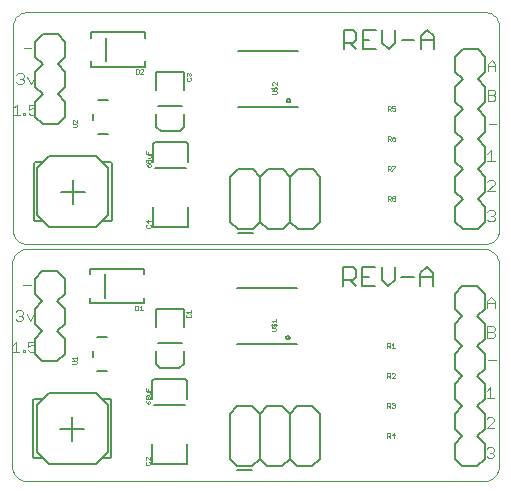
<source format=gto>
G75*
G70*
%OFA0B0*%
%FSLAX24Y24*%
%IPPOS*%
%LPD*%
%AMOC8*
5,1,8,0,0,1.08239X$1,22.5*
%
%ADD10C,0.0000*%
%ADD11C,0.0030*%
%ADD12C,0.0060*%
%ADD13C,0.0080*%
%ADD14C,0.0010*%
%ADD15C,0.0050*%
D10*
X000800Y000550D02*
X016020Y000550D01*
X016064Y000552D01*
X016107Y000558D01*
X016149Y000567D01*
X016191Y000580D01*
X016231Y000597D01*
X016270Y000617D01*
X016307Y000640D01*
X016341Y000667D01*
X016374Y000696D01*
X016403Y000729D01*
X016430Y000763D01*
X016453Y000800D01*
X016473Y000839D01*
X016490Y000879D01*
X016503Y000921D01*
X016512Y000963D01*
X016518Y001006D01*
X016520Y001050D01*
X016520Y007796D01*
X016518Y007840D01*
X016512Y007883D01*
X016503Y007925D01*
X016490Y007967D01*
X016473Y008007D01*
X016453Y008046D01*
X016430Y008083D01*
X016403Y008117D01*
X016374Y008150D01*
X016341Y008179D01*
X016307Y008206D01*
X016270Y008229D01*
X016231Y008249D01*
X016191Y008266D01*
X016149Y008279D01*
X016107Y008288D01*
X016064Y008294D01*
X016020Y008296D01*
X000800Y008296D01*
X000818Y008446D02*
X016039Y008446D01*
X016083Y008448D01*
X016126Y008454D01*
X016168Y008463D01*
X016210Y008476D01*
X016250Y008493D01*
X016289Y008513D01*
X016326Y008536D01*
X016360Y008563D01*
X016393Y008592D01*
X016422Y008625D01*
X016449Y008659D01*
X016472Y008696D01*
X016492Y008735D01*
X016509Y008775D01*
X016522Y008817D01*
X016531Y008859D01*
X016537Y008902D01*
X016539Y008946D01*
X016539Y015692D01*
X016537Y015736D01*
X016531Y015779D01*
X016522Y015821D01*
X016509Y015863D01*
X016492Y015903D01*
X016472Y015942D01*
X016449Y015979D01*
X016422Y016013D01*
X016393Y016046D01*
X016360Y016075D01*
X016326Y016102D01*
X016289Y016125D01*
X016250Y016145D01*
X016210Y016162D01*
X016168Y016175D01*
X016126Y016184D01*
X016083Y016190D01*
X016039Y016192D01*
X000818Y016192D01*
X000774Y016190D01*
X000731Y016184D01*
X000689Y016175D01*
X000647Y016162D01*
X000607Y016145D01*
X000568Y016125D01*
X000531Y016102D01*
X000497Y016075D01*
X000464Y016046D01*
X000435Y016013D01*
X000408Y015979D01*
X000385Y015942D01*
X000365Y015903D01*
X000348Y015863D01*
X000335Y015821D01*
X000326Y015779D01*
X000320Y015736D01*
X000318Y015692D01*
X000318Y008946D01*
X000320Y008902D01*
X000326Y008859D01*
X000335Y008817D01*
X000348Y008775D01*
X000365Y008735D01*
X000385Y008696D01*
X000408Y008659D01*
X000435Y008625D01*
X000464Y008592D01*
X000497Y008563D01*
X000531Y008536D01*
X000568Y008513D01*
X000607Y008493D01*
X000647Y008476D01*
X000689Y008463D01*
X000731Y008454D01*
X000774Y008448D01*
X000818Y008446D01*
X000800Y008296D02*
X000756Y008294D01*
X000713Y008288D01*
X000671Y008279D01*
X000629Y008266D01*
X000589Y008249D01*
X000550Y008229D01*
X000513Y008206D01*
X000479Y008179D01*
X000446Y008150D01*
X000417Y008117D01*
X000390Y008083D01*
X000367Y008046D01*
X000347Y008007D01*
X000330Y007967D01*
X000317Y007925D01*
X000308Y007883D01*
X000302Y007840D01*
X000300Y007796D01*
X000300Y001050D01*
X000302Y001006D01*
X000308Y000963D01*
X000317Y000921D01*
X000330Y000879D01*
X000347Y000839D01*
X000367Y000800D01*
X000390Y000763D01*
X000417Y000729D01*
X000446Y000696D01*
X000479Y000667D01*
X000513Y000640D01*
X000550Y000617D01*
X000589Y000597D01*
X000629Y000580D01*
X000671Y000567D01*
X000713Y000558D01*
X000756Y000552D01*
X000800Y000550D01*
D11*
X000883Y004865D02*
X000826Y004922D01*
X000883Y004865D02*
X000996Y004865D01*
X001053Y004922D01*
X001053Y005035D01*
X000996Y005092D01*
X000939Y005092D01*
X000826Y005035D01*
X000826Y005205D01*
X001053Y005205D01*
X000712Y004922D02*
X000712Y004865D01*
X000656Y004865D01*
X000656Y004922D01*
X000712Y004922D01*
X000542Y004865D02*
X000315Y004865D01*
X000428Y004865D02*
X000428Y005205D01*
X000315Y005092D01*
X000477Y005890D02*
X000415Y005952D01*
X000477Y005890D02*
X000600Y005890D01*
X000662Y005952D01*
X000662Y006013D01*
X000600Y006075D01*
X000538Y006075D01*
X000600Y006075D02*
X000662Y006137D01*
X000662Y006199D01*
X000600Y006260D01*
X000477Y006260D01*
X000415Y006199D01*
X000783Y006137D02*
X000907Y005890D01*
X001030Y006137D01*
X000912Y007103D02*
X000665Y007103D01*
X000731Y012761D02*
X000674Y012761D01*
X000674Y012818D01*
X000731Y012818D01*
X000731Y012761D01*
X000845Y012818D02*
X000901Y012761D01*
X001015Y012761D01*
X001071Y012818D01*
X001071Y012932D01*
X001015Y012988D01*
X000958Y012988D01*
X000845Y012932D01*
X000845Y013102D01*
X001071Y013102D01*
X000560Y012761D02*
X000333Y012761D01*
X000447Y012761D02*
X000447Y013102D01*
X000333Y012988D01*
X000495Y013786D02*
X000433Y013848D01*
X000495Y013786D02*
X000619Y013786D01*
X000680Y013848D01*
X000680Y013910D01*
X000619Y013972D01*
X000557Y013972D01*
X000619Y013972D02*
X000680Y014033D01*
X000680Y014095D01*
X000619Y014157D01*
X000495Y014157D01*
X000433Y014095D01*
X000802Y014033D02*
X000925Y013786D01*
X001049Y014033D01*
X000930Y015000D02*
X000683Y015000D01*
X016133Y011458D02*
X016257Y011582D01*
X016257Y011211D01*
X016380Y011211D02*
X016133Y011211D01*
X016195Y010582D02*
X016133Y010520D01*
X016195Y010582D02*
X016319Y010582D01*
X016380Y010520D01*
X016380Y010458D01*
X016133Y010211D01*
X016380Y010211D01*
X016319Y009582D02*
X016195Y009582D01*
X016133Y009520D01*
X016257Y009397D02*
X016319Y009397D01*
X016380Y009335D01*
X016380Y009273D01*
X016319Y009211D01*
X016195Y009211D01*
X016133Y009273D01*
X016319Y009397D02*
X016380Y009458D01*
X016380Y009520D01*
X016319Y009582D01*
X016263Y006685D02*
X016387Y006562D01*
X016387Y006315D01*
X016387Y006500D02*
X016140Y006500D01*
X016140Y006562D02*
X016140Y006315D01*
X016140Y006562D02*
X016263Y006685D01*
X016325Y005710D02*
X016140Y005710D01*
X016140Y005340D01*
X016325Y005340D01*
X016387Y005402D01*
X016387Y005463D01*
X016325Y005525D01*
X016140Y005525D01*
X016325Y005525D02*
X016387Y005587D01*
X016387Y005649D01*
X016325Y005710D01*
X016412Y004578D02*
X016165Y004578D01*
X016238Y003685D02*
X016238Y003315D01*
X016115Y003315D02*
X016362Y003315D01*
X016115Y003562D02*
X016238Y003685D01*
X016177Y002685D02*
X016115Y002624D01*
X016177Y002685D02*
X016300Y002685D01*
X016362Y002624D01*
X016362Y002562D01*
X016115Y002315D01*
X016362Y002315D01*
X016300Y001685D02*
X016362Y001624D01*
X016362Y001562D01*
X016300Y001500D01*
X016362Y001438D01*
X016362Y001377D01*
X016300Y001315D01*
X016177Y001315D01*
X016115Y001377D01*
X016238Y001500D02*
X016300Y001500D01*
X016300Y001685D02*
X016177Y001685D01*
X016115Y001624D01*
X016183Y012475D02*
X016430Y012475D01*
X016344Y013236D02*
X016158Y013236D01*
X016158Y013607D01*
X016344Y013607D01*
X016405Y013545D01*
X016405Y013483D01*
X016344Y013422D01*
X016158Y013422D01*
X016344Y013422D02*
X016405Y013360D01*
X016405Y013298D01*
X016344Y013236D01*
X016405Y014211D02*
X016405Y014458D01*
X016282Y014582D01*
X016158Y014458D01*
X016158Y014211D01*
X016158Y014397D02*
X016405Y014397D01*
D12*
X014354Y014951D02*
X014354Y015378D01*
X014140Y015592D01*
X013927Y015378D01*
X013927Y014951D01*
X013927Y015272D02*
X014354Y015272D01*
X013709Y015272D02*
X013282Y015272D01*
X013065Y015165D02*
X013065Y015592D01*
X013065Y015165D02*
X012851Y014951D01*
X012638Y015165D01*
X012638Y015592D01*
X012420Y015592D02*
X011993Y015592D01*
X011993Y014951D01*
X012420Y014951D01*
X012207Y015272D02*
X011993Y015272D01*
X011776Y015272D02*
X011669Y015165D01*
X011348Y015165D01*
X011562Y015165D02*
X011776Y014951D01*
X011776Y015272D02*
X011776Y015485D01*
X011669Y015592D01*
X011348Y015592D01*
X011348Y014951D01*
X009828Y014876D02*
X007819Y014876D01*
X007819Y013016D02*
X009828Y013016D01*
X011330Y007696D02*
X011650Y007696D01*
X011757Y007589D01*
X011757Y007375D01*
X011650Y007269D01*
X011330Y007269D01*
X011330Y007055D02*
X011330Y007696D01*
X011544Y007269D02*
X011757Y007055D01*
X011975Y007055D02*
X012402Y007055D01*
X012619Y007269D02*
X012833Y007055D01*
X013046Y007269D01*
X013046Y007696D01*
X013264Y007375D02*
X013691Y007375D01*
X013908Y007375D02*
X014335Y007375D01*
X014335Y007482D02*
X014335Y007055D01*
X013908Y007055D02*
X013908Y007482D01*
X014122Y007696D01*
X014335Y007482D01*
X012619Y007696D02*
X012619Y007269D01*
X012188Y007375D02*
X011975Y007375D01*
X011975Y007055D02*
X011975Y007696D01*
X012402Y007696D01*
X009810Y006980D02*
X007800Y006980D01*
X007800Y005120D02*
X009810Y005120D01*
D13*
X009433Y005340D02*
X009435Y005355D01*
X009441Y005368D01*
X009450Y005380D01*
X009461Y005389D01*
X009475Y005395D01*
X009490Y005397D01*
X009505Y005395D01*
X009518Y005389D01*
X009530Y005380D01*
X009539Y005369D01*
X009545Y005355D01*
X009547Y005340D01*
X009545Y005325D01*
X009539Y005312D01*
X009530Y005300D01*
X009519Y005291D01*
X009505Y005285D01*
X009490Y005283D01*
X009475Y005285D01*
X009462Y005291D01*
X009450Y005300D01*
X009441Y005311D01*
X009435Y005325D01*
X009433Y005340D01*
X009300Y003050D02*
X008800Y003050D01*
X008550Y002800D01*
X008550Y001300D01*
X008800Y001050D01*
X009300Y001050D01*
X009550Y001300D01*
X009550Y002800D01*
X009800Y003050D01*
X010300Y003050D01*
X010550Y002800D01*
X010550Y001300D01*
X010300Y001050D01*
X009800Y001050D01*
X009550Y001300D01*
X008550Y001300D02*
X008300Y001050D01*
X007800Y001050D01*
X007550Y001300D01*
X007550Y002800D01*
X007800Y003050D01*
X008300Y003050D01*
X008550Y002800D01*
X009300Y003050D02*
X009550Y002800D01*
X008300Y000918D02*
X007800Y000918D01*
X005865Y004316D02*
X005235Y004316D01*
X005078Y004473D01*
X005078Y004906D01*
X005078Y005694D02*
X005078Y006284D01*
X006022Y006284D01*
X006022Y005694D01*
X006022Y004906D02*
X006022Y004473D01*
X005865Y004316D01*
X004706Y006479D02*
X002894Y006479D01*
X002894Y006656D01*
X003406Y006656D02*
X003406Y007444D01*
X002894Y007444D02*
X002894Y007621D01*
X004706Y007621D01*
X004706Y007444D01*
X004706Y006656D02*
X004706Y006479D01*
X003469Y005360D02*
X003131Y005360D01*
X002981Y004906D02*
X002981Y004694D01*
X003131Y004240D02*
X003469Y004240D01*
X002050Y004800D02*
X001800Y004550D01*
X001300Y004550D01*
X001050Y004800D01*
X001050Y005300D01*
X001300Y005550D01*
X001050Y005800D01*
X001050Y006300D01*
X001300Y006550D01*
X001050Y006800D01*
X001050Y007300D01*
X001300Y007550D01*
X001800Y007550D01*
X002050Y007300D01*
X002050Y006800D01*
X001800Y006550D01*
X002050Y006300D01*
X002050Y005800D01*
X001800Y005550D01*
X002050Y005300D01*
X002050Y004800D01*
X007568Y009196D02*
X007568Y010696D01*
X007818Y010946D01*
X008318Y010946D01*
X008568Y010696D01*
X008568Y009196D01*
X008818Y008946D01*
X009318Y008946D01*
X009568Y009196D01*
X009568Y010696D01*
X009818Y010946D01*
X010318Y010946D01*
X010568Y010696D01*
X010568Y009196D01*
X010318Y008946D01*
X009818Y008946D01*
X009568Y009196D01*
X008568Y009196D02*
X008318Y008946D01*
X007818Y008946D01*
X007568Y009196D01*
X007818Y008814D02*
X008318Y008814D01*
X008568Y010696D02*
X008818Y010946D01*
X009318Y010946D01*
X009568Y010696D01*
X009451Y013236D02*
X009453Y013251D01*
X009459Y013264D01*
X009468Y013276D01*
X009479Y013285D01*
X009493Y013291D01*
X009508Y013293D01*
X009523Y013291D01*
X009536Y013285D01*
X009548Y013276D01*
X009557Y013265D01*
X009563Y013251D01*
X009565Y013236D01*
X009563Y013221D01*
X009557Y013208D01*
X009548Y013196D01*
X009537Y013187D01*
X009523Y013181D01*
X009508Y013179D01*
X009493Y013181D01*
X009480Y013187D01*
X009468Y013196D01*
X009459Y013207D01*
X009453Y013221D01*
X009451Y013236D01*
X006041Y013590D02*
X006041Y014181D01*
X005096Y014181D01*
X005096Y013590D01*
X005096Y012803D02*
X005096Y012370D01*
X005254Y012212D01*
X005883Y012212D01*
X006041Y012370D01*
X006041Y012803D01*
X004724Y014375D02*
X002913Y014375D01*
X002913Y014553D01*
X003425Y014553D02*
X003425Y015340D01*
X002913Y015340D02*
X002913Y015517D01*
X004724Y015517D01*
X004724Y015340D01*
X004724Y014553D02*
X004724Y014375D01*
X003488Y013256D02*
X003149Y013256D01*
X002999Y012802D02*
X002999Y012591D01*
X003149Y012136D02*
X003488Y012136D01*
X002068Y012696D02*
X001818Y012446D01*
X001318Y012446D01*
X001068Y012696D01*
X001068Y013196D01*
X001318Y013446D01*
X001068Y013696D01*
X001068Y014196D01*
X001318Y014446D01*
X001068Y014696D01*
X001068Y015196D01*
X001318Y015446D01*
X001818Y015446D01*
X002068Y015196D01*
X002068Y014696D01*
X001818Y014446D01*
X002068Y014196D01*
X002068Y013696D01*
X001818Y013446D01*
X002068Y013196D01*
X002068Y012696D01*
X015068Y012696D02*
X015068Y012196D01*
X015318Y011946D01*
X015068Y011696D01*
X015068Y011196D01*
X015318Y010946D01*
X015068Y010696D01*
X015068Y010196D01*
X015318Y009946D01*
X015068Y009696D01*
X015068Y009196D01*
X015318Y008946D01*
X015818Y008946D01*
X016068Y009196D01*
X016068Y009696D01*
X015818Y009946D01*
X016068Y010196D01*
X016068Y010696D01*
X015818Y010946D01*
X016068Y011196D01*
X016068Y011696D01*
X015818Y011946D01*
X016068Y012196D01*
X016068Y012696D01*
X015818Y012946D01*
X016068Y013196D01*
X016068Y013696D01*
X015818Y013946D01*
X016068Y014196D01*
X016068Y014696D01*
X015818Y014946D01*
X015318Y014946D01*
X015068Y014696D01*
X015068Y014196D01*
X015318Y013946D01*
X015068Y013696D01*
X015068Y013196D01*
X015318Y012946D01*
X015068Y012696D01*
X015300Y007050D02*
X015050Y006800D01*
X015050Y006300D01*
X015300Y006050D01*
X015050Y005800D01*
X015050Y005300D01*
X015300Y005050D01*
X015050Y004800D01*
X015050Y004300D01*
X015300Y004050D01*
X015050Y003800D01*
X015050Y003300D01*
X015300Y003050D01*
X015050Y002800D01*
X015050Y002300D01*
X015300Y002050D01*
X015050Y001800D01*
X015050Y001300D01*
X015300Y001050D01*
X015800Y001050D01*
X016050Y001300D01*
X016050Y001800D01*
X015800Y002050D01*
X016050Y002300D01*
X016050Y002800D01*
X015800Y003050D01*
X016050Y003300D01*
X016050Y003800D01*
X015800Y004050D01*
X016050Y004300D01*
X016050Y004800D01*
X015800Y005050D01*
X016050Y005300D01*
X016050Y005800D01*
X015800Y006050D01*
X016050Y006300D01*
X016050Y006800D01*
X015800Y007050D01*
X015300Y007050D01*
D14*
X013052Y005005D02*
X012952Y005005D01*
X012905Y005005D02*
X012855Y005055D01*
X012880Y005055D02*
X012805Y005055D01*
X012805Y005005D02*
X012805Y005155D01*
X012880Y005155D01*
X012905Y005130D01*
X012905Y005080D01*
X012880Y005055D01*
X012952Y005105D02*
X013002Y005155D01*
X013002Y005005D01*
X012977Y004155D02*
X012952Y004130D01*
X012977Y004155D02*
X013027Y004155D01*
X013052Y004130D01*
X013052Y004105D01*
X012952Y004005D01*
X013052Y004005D01*
X012905Y004005D02*
X012855Y004055D01*
X012880Y004055D02*
X012805Y004055D01*
X012805Y004005D02*
X012805Y004155D01*
X012880Y004155D01*
X012905Y004130D01*
X012905Y004080D01*
X012880Y004055D01*
X012880Y003155D02*
X012805Y003155D01*
X012805Y003005D01*
X012805Y003055D02*
X012880Y003055D01*
X012905Y003080D01*
X012905Y003130D01*
X012880Y003155D01*
X012952Y003130D02*
X012977Y003155D01*
X013027Y003155D01*
X013052Y003130D01*
X013052Y003105D01*
X013027Y003080D01*
X013052Y003055D01*
X013052Y003030D01*
X013027Y003005D01*
X012977Y003005D01*
X012952Y003030D01*
X012905Y003005D02*
X012855Y003055D01*
X013002Y003080D02*
X013027Y003080D01*
X013027Y002155D02*
X012952Y002080D01*
X013052Y002080D01*
X013027Y002005D02*
X013027Y002155D01*
X012905Y002130D02*
X012905Y002080D01*
X012880Y002055D01*
X012805Y002055D01*
X012805Y002005D02*
X012805Y002155D01*
X012880Y002155D01*
X012905Y002130D01*
X012855Y002055D02*
X012905Y002005D01*
X009095Y005580D02*
X009095Y005630D01*
X009070Y005655D01*
X008945Y005655D01*
X008970Y005702D02*
X008945Y005727D01*
X008945Y005777D01*
X008970Y005802D01*
X008995Y005850D02*
X008945Y005900D01*
X009095Y005900D01*
X009095Y005850D02*
X009095Y005950D01*
X009070Y005802D02*
X009045Y005802D01*
X009020Y005777D01*
X009020Y005727D01*
X008995Y005702D01*
X008970Y005702D01*
X008920Y005752D02*
X009120Y005752D01*
X009095Y005727D02*
X009095Y005777D01*
X009070Y005802D01*
X009095Y005727D02*
X009070Y005702D01*
X009095Y005580D02*
X009070Y005555D01*
X008945Y005555D01*
X006249Y006035D02*
X006224Y006010D01*
X006124Y006010D01*
X006099Y006035D01*
X006099Y006085D01*
X006124Y006110D01*
X006149Y006158D02*
X006099Y006208D01*
X006249Y006208D01*
X006249Y006158D02*
X006249Y006258D01*
X006224Y006110D02*
X006249Y006085D01*
X006249Y006035D01*
X004658Y006245D02*
X004558Y006245D01*
X004608Y006245D02*
X004608Y006395D01*
X004558Y006345D01*
X004510Y006370D02*
X004510Y006270D01*
X004485Y006245D01*
X004410Y006245D01*
X004410Y006395D01*
X004485Y006395D01*
X004510Y006370D01*
X002445Y004702D02*
X002445Y004602D01*
X002445Y004652D02*
X002295Y004652D01*
X002345Y004602D01*
X002295Y004555D02*
X002420Y004555D01*
X002445Y004530D01*
X002445Y004480D01*
X002420Y004455D01*
X002295Y004455D01*
X004745Y003672D02*
X004745Y003572D01*
X004895Y003572D01*
X004895Y003525D02*
X004795Y003525D01*
X004820Y003572D02*
X004820Y003622D01*
X004895Y003525D02*
X004895Y003450D01*
X004870Y003425D01*
X004795Y003425D01*
X004795Y003377D02*
X004820Y003352D01*
X004820Y003302D01*
X004795Y003277D01*
X004770Y003277D01*
X004745Y003302D01*
X004745Y003352D01*
X004770Y003377D01*
X004795Y003377D01*
X004820Y003352D02*
X004845Y003377D01*
X004870Y003377D01*
X004895Y003352D01*
X004895Y003302D01*
X004870Y003277D01*
X004845Y003277D01*
X004820Y003302D01*
X004845Y003230D02*
X004820Y003205D01*
X004820Y003130D01*
X004870Y003130D01*
X004895Y003155D01*
X004895Y003205D01*
X004870Y003230D01*
X004845Y003230D01*
X004770Y003180D02*
X004820Y003130D01*
X004770Y003180D02*
X004745Y003230D01*
X004770Y001352D02*
X004745Y001327D01*
X004745Y001277D01*
X004770Y001252D01*
X004770Y001205D02*
X004745Y001180D01*
X004745Y001130D01*
X004770Y001105D01*
X004870Y001105D01*
X004895Y001130D01*
X004895Y001180D01*
X004870Y001205D01*
X004895Y001252D02*
X004795Y001352D01*
X004770Y001352D01*
X004895Y001352D02*
X004895Y001252D01*
X004788Y009001D02*
X004888Y009001D01*
X004913Y009026D01*
X004913Y009076D01*
X004888Y009101D01*
X004838Y009149D02*
X004763Y009224D01*
X004913Y009224D01*
X004838Y009249D02*
X004838Y009149D01*
X004788Y009101D02*
X004763Y009076D01*
X004763Y009026D01*
X004788Y009001D01*
X004838Y011026D02*
X004788Y011076D01*
X004763Y011126D01*
X004788Y011174D02*
X004813Y011174D01*
X004838Y011199D01*
X004838Y011249D01*
X004863Y011274D01*
X004888Y011274D01*
X004913Y011249D01*
X004913Y011199D01*
X004888Y011174D01*
X004863Y011174D01*
X004838Y011199D01*
X004838Y011249D02*
X004813Y011274D01*
X004788Y011274D01*
X004763Y011249D01*
X004763Y011199D01*
X004788Y011174D01*
X004838Y011101D02*
X004838Y011026D01*
X004888Y011026D01*
X004913Y011051D01*
X004913Y011101D01*
X004888Y011126D01*
X004863Y011126D01*
X004838Y011101D01*
X004813Y011321D02*
X004888Y011321D01*
X004913Y011346D01*
X004913Y011421D01*
X004813Y011421D01*
X004838Y011468D02*
X004838Y011518D01*
X004913Y011468D02*
X004763Y011468D01*
X004763Y011568D01*
X002463Y012376D02*
X002463Y012426D01*
X002438Y012451D01*
X002313Y012451D01*
X002338Y012499D02*
X002313Y012524D01*
X002313Y012574D01*
X002338Y012599D01*
X002363Y012599D01*
X002463Y012499D01*
X002463Y012599D01*
X002463Y012376D02*
X002438Y012351D01*
X002313Y012351D01*
X004429Y014141D02*
X004429Y014291D01*
X004504Y014291D01*
X004529Y014266D01*
X004529Y014166D01*
X004504Y014141D01*
X004429Y014141D01*
X004576Y014141D02*
X004676Y014241D01*
X004676Y014266D01*
X004651Y014291D01*
X004601Y014291D01*
X004576Y014266D01*
X004576Y014141D02*
X004676Y014141D01*
X006117Y014129D02*
X006142Y014154D01*
X006167Y014154D01*
X006192Y014129D01*
X006217Y014154D01*
X006242Y014154D01*
X006267Y014129D01*
X006267Y014079D01*
X006242Y014054D01*
X006242Y014007D02*
X006267Y013982D01*
X006267Y013932D01*
X006242Y013907D01*
X006142Y013907D01*
X006117Y013932D01*
X006117Y013982D01*
X006142Y014007D01*
X006142Y014054D02*
X006117Y014079D01*
X006117Y014129D01*
X006192Y014129D02*
X006192Y014104D01*
X008938Y013649D02*
X009139Y013649D01*
X009113Y013674D02*
X009088Y013699D01*
X009063Y013699D01*
X009038Y013674D01*
X009038Y013624D01*
X009013Y013599D01*
X008988Y013599D01*
X008963Y013624D01*
X008963Y013674D01*
X008988Y013699D01*
X008988Y013746D02*
X008963Y013771D01*
X008963Y013821D01*
X008988Y013846D01*
X009013Y013846D01*
X009113Y013746D01*
X009113Y013846D01*
X009113Y013674D02*
X009113Y013624D01*
X009088Y013599D01*
X009088Y013551D02*
X008963Y013551D01*
X008963Y013451D02*
X009088Y013451D01*
X009113Y013476D01*
X009113Y013526D01*
X009088Y013551D01*
X012823Y013051D02*
X012823Y012901D01*
X012823Y012951D02*
X012899Y012951D01*
X012924Y012976D01*
X012924Y013026D01*
X012899Y013051D01*
X012823Y013051D01*
X012874Y012951D02*
X012924Y012901D01*
X012971Y012926D02*
X012996Y012901D01*
X013046Y012901D01*
X013071Y012926D01*
X013071Y012976D01*
X013046Y013001D01*
X013021Y013001D01*
X012971Y012976D01*
X012971Y013051D01*
X013071Y013051D01*
X013071Y012051D02*
X013021Y012026D01*
X012971Y011976D01*
X013046Y011976D01*
X013071Y011951D01*
X013071Y011926D01*
X013046Y011901D01*
X012996Y011901D01*
X012971Y011926D01*
X012971Y011976D01*
X012924Y011976D02*
X012899Y011951D01*
X012823Y011951D01*
X012823Y011901D02*
X012823Y012051D01*
X012899Y012051D01*
X012924Y012026D01*
X012924Y011976D01*
X012874Y011951D02*
X012924Y011901D01*
X012899Y011051D02*
X012823Y011051D01*
X012823Y010901D01*
X012823Y010951D02*
X012899Y010951D01*
X012924Y010976D01*
X012924Y011026D01*
X012899Y011051D01*
X012971Y011051D02*
X013071Y011051D01*
X013071Y011026D01*
X012971Y010926D01*
X012971Y010901D01*
X012924Y010901D02*
X012874Y010951D01*
X012899Y010051D02*
X012823Y010051D01*
X012823Y009901D01*
X012823Y009951D02*
X012899Y009951D01*
X012924Y009976D01*
X012924Y010026D01*
X012899Y010051D01*
X012971Y010026D02*
X012971Y010001D01*
X012996Y009976D01*
X013046Y009976D01*
X013071Y009951D01*
X013071Y009926D01*
X013046Y009901D01*
X012996Y009901D01*
X012971Y009926D01*
X012971Y009951D01*
X012996Y009976D01*
X013046Y009976D02*
X013071Y010001D01*
X013071Y010026D01*
X013046Y010051D01*
X012996Y010051D01*
X012971Y010026D01*
X012874Y009951D02*
X012924Y009901D01*
D15*
X006159Y009698D02*
X006159Y009029D01*
X004978Y009029D01*
X004978Y009698D01*
X003618Y009251D02*
X003578Y009212D01*
X003421Y009212D01*
X003342Y009212D01*
X003303Y009212D01*
X003106Y009015D01*
X002318Y009015D01*
X001925Y009015D01*
X001531Y009015D01*
X001334Y009212D01*
X001059Y009212D01*
X001019Y009251D01*
X001019Y011141D01*
X001059Y011181D01*
X001216Y011181D01*
X001334Y011181D01*
X001531Y011377D01*
X001925Y011377D01*
X002318Y011377D01*
X003106Y011377D01*
X003303Y011181D01*
X003539Y011181D01*
X003578Y011181D01*
X003618Y011141D01*
X003618Y009251D01*
X003500Y009409D02*
X003303Y009212D01*
X003342Y009212D02*
X003421Y009212D01*
X003500Y009409D02*
X003500Y010196D01*
X003500Y010984D01*
X003303Y011181D01*
X003539Y011181D01*
X002712Y010196D02*
X002318Y010196D01*
X002318Y010590D01*
X002318Y010196D02*
X001925Y010196D01*
X002318Y010196D01*
X002318Y009803D01*
X002318Y010196D02*
X002712Y010196D01*
X001925Y009015D02*
X001531Y009015D01*
X001334Y009212D02*
X001137Y009409D01*
X001137Y010196D01*
X001137Y010984D01*
X001334Y011181D01*
X001295Y011181D02*
X001216Y011181D01*
X004978Y011194D02*
X004978Y011785D01*
X005057Y011864D01*
X006080Y011864D01*
X006159Y011785D01*
X006159Y011194D01*
X006080Y010998D02*
X005057Y010998D01*
X005168Y013046D02*
X005968Y013046D01*
X005950Y005150D02*
X005150Y005150D01*
X005038Y003967D02*
X006062Y003967D01*
X006141Y003889D01*
X006141Y003298D01*
X006062Y003101D02*
X005038Y003101D01*
X004959Y003298D02*
X004959Y003889D01*
X005038Y003967D01*
X003599Y003245D02*
X003599Y001355D01*
X003560Y001316D01*
X003402Y001316D01*
X003324Y001316D01*
X003284Y001316D01*
X003087Y001119D01*
X002300Y001119D01*
X001906Y001119D01*
X001513Y001119D01*
X001316Y001316D01*
X001040Y001316D01*
X001001Y001355D01*
X001001Y003245D01*
X001040Y003284D01*
X001198Y003284D01*
X001316Y003284D01*
X001513Y003481D01*
X001906Y003481D01*
X002300Y003481D01*
X003087Y003481D01*
X003284Y003284D01*
X003520Y003284D01*
X003560Y003284D01*
X003599Y003245D01*
X003520Y003284D02*
X003284Y003284D01*
X003481Y003087D01*
X003481Y002300D01*
X003481Y001513D01*
X003284Y001316D01*
X003324Y001316D02*
X003402Y001316D01*
X002694Y002300D02*
X002300Y002300D01*
X002300Y002694D01*
X002300Y002300D02*
X001906Y002300D01*
X002300Y002300D01*
X002300Y001906D01*
X002300Y002300D02*
X002694Y002300D01*
X001906Y001119D02*
X001513Y001119D01*
X001316Y001316D02*
X001119Y001513D01*
X001119Y002300D01*
X001119Y003087D01*
X001316Y003284D01*
X001276Y003284D02*
X001198Y003284D01*
X004959Y001802D02*
X004959Y001133D01*
X006141Y001133D01*
X006141Y001802D01*
M02*

</source>
